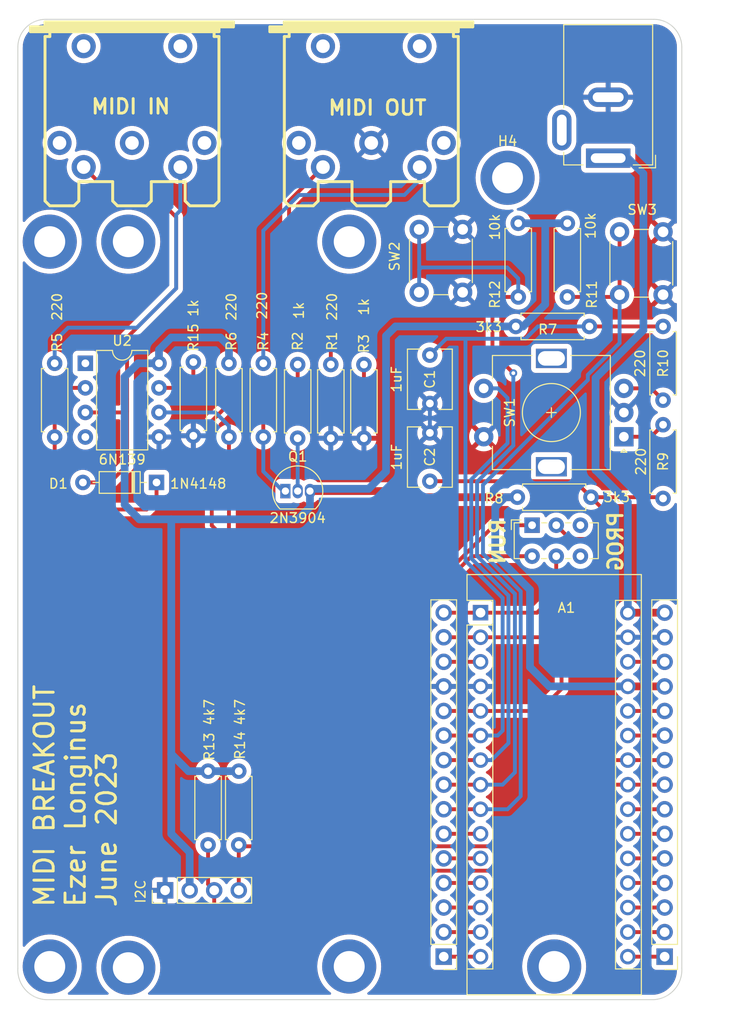
<source format=kicad_pcb>
(kicad_pcb (version 20211014) (generator pcbnew)
  (layers (0 "F.Cu" signal) (31 "B.Cu" signal) (34 "B.Paste" user) (35 "F.Paste" user) (36 "B.SilkS" user "B.Silkscreen") (37 "F.SilkS" user "F.Silkscreen") (38 "B.Mask" user) (39 "F.Mask" user) (44 "Edge.Cuts" user))
  (net 0 "")
  (net 1 "GND")
  (net 2 "+5V")
  (net 3 "Net-(J2-Pad5)")
  (net 6 "Net-(J2-Pad4)")
  (net 7 "TX1")
  (net 8 "RX1")
  (net 9 "Net-(D1-Pad1)")
  (net 10 "Net-(D1-Pad2)")
  (net 16 "SDA1")
  (net 17 "SCL1")
  (net 18 "D3")
  (net 19 "D2")
  (net 20 "TX")
  (net 21 "RX")
  (net 22 "D4")
  (net 23 "RST_3")
  (net 24 "D7")
  (net 25 "D8")
  (net 26 "D9")
  (net 27 "D10")
  (net 28 "D11")
  (net 29 "D12")
  (net 30 "D13")
  (net 31 "D5")
  (net 32 "D6")
  (net 33 "+VDC")
  (net 35 "Net-(R9-Pad2)")
  (net 36 "Net-(R10-Pad2)")
  (net 37 "RST_28")
  (net 38 "Net-(Q1-Pad1)")
  (net 39 "Net-(Q1-Pad2)")
  (net 40 "+3V3")
  (net 41 "AREF")
  (net 42 "A0")
  (net 43 "A1")
  (net 44 "A2")
  (net 45 "A3")
  (net 46 "A6")
  (net 47 "A7")
  (net 48 "Net-(J3-Pad5)")
  (net 51 "Net-(U2-Pad7)")
  (footprint "Package_DIP:DIP-8_W7.62mm" (layer "F.Cu") (at 120.396 91.059)
    (fp_text reference "U2" (at 3.81 -2.33) (layer "F.SilkS"))
    (fp_text value "6N139" (at 3.81 9.95) (layer "F.SilkS"))
    (pad "1" thru_hole rect (at 0 0) (size 1.6 1.6) (drill 0.8) (layers *.Cu *.Mask))
    (pad "2" thru_hole oval (at 0 2.54) (size 1.6 1.6) (drill 0.8) (layers *.Cu *.Mask) (net 9 "Net-(D1-Pad1)"))
    (pad "3" thru_hole oval (at 0 5.08) (size 1.6 1.6) (drill 0.8) (layers *.Cu *.Mask) (net 10 "Net-(D1-Pad2)"))
    (pad "4" thru_hole oval (at 0 7.62) (size 1.6 1.6) (drill 0.8) (layers *.Cu *.Mask))
    (pad "5" thru_hole oval (at 7.62 7.62) (size 1.6 1.6) (drill 0.8) (layers *.Cu *.Mask) (net 1 "GND"))
    (pad "6" thru_hole oval (at 7.62 5.08) (size 1.6 1.6) (drill 0.8) (layers *.Cu *.Mask) (net 8 "RX1"))
    (pad "7" thru_hole oval (at 7.62 2.54) (size 1.6 1.6) (drill 0.8) (layers *.Cu *.Mask) (net 51 "Net-(U2-Pad7)"))
    (pad "8" thru_hole oval (at 7.62 0) (size 1.6 1.6) (drill 0.8) (layers *.Cu *.Mask) (net 2 "+5V"))
  )
  (footprint "Diode_THT:D_DO-35_SOD27_P7.62mm_Horizontal" (layer "F.Cu") (at 127.762 103.378 180)
    (fp_text reference "D1" (at 10.16 -0.127) (layer "F.SilkS"))
    (fp_text value "1N4148" (at -4.318 -0.127) (layer "F.SilkS"))
    (pad "1" thru_hole rect (at 0 0 180) (size 1.6 1.6) (drill 0.8) (layers *.Cu *.Mask) (net 9 "Net-(D1-Pad1)"))
    (pad "2" thru_hole oval (at 7.62 0 180) (size 1.6 1.6) (drill 0.8) (layers *.Cu *.Mask) (net 10 "Net-(D1-Pad2)"))
  )
  (footprint "Connector_PinHeader_2.54mm:PinHeader_1x04_P2.54mm_Vertical" (layer "F.Cu") (at 128.651 145.542 90)
    (fp_text reference "J4")
    (fp_text value "I2C" (at -0.127 -2.54 90) (layer "F.SilkS"))
    (pad "1" thru_hole rect (at 0 0 90) (size 1.7 1.7) (drill 1) (layers *.Cu *.Mask) (net 1 "GND"))
    (pad "2" thru_hole oval (at 0 2.54 90) (size 1.7 1.7) (drill 1) (layers *.Cu *.Mask) (net 2 "+5V"))
    (pad "3" thru_hole oval (at 0 5.08 90) (size 1.7 1.7) (drill 1) (layers *.Cu *.Mask) (net 16 "SDA1"))
    (pad "4" thru_hole oval (at 0 7.62 90) (size 1.7 1.7) (drill 1) (layers *.Cu *.Mask) (net 17 "SCL1"))
  )
  (footprint "Resistor_THT:R_Axial_DIN0207_L6.3mm_D2.5mm_P7.62mm_Horizontal" (layer "F.Cu") (at 180.177 87.249 -90)
    (fp_text reference "R10" (at 3.81 0 90) (layer "F.SilkS"))
    (fp_text value "220" (at 3.81 2.37 90) (layer "F.SilkS"))
    (pad "1" thru_hole circle (at 0 0 270) (size 1.6 1.6) (drill 0.8) (layers *.Cu *.Mask) (net 18 "D3"))
    (pad "2" thru_hole oval (at 7.62 0 270) (size 1.6 1.6) (drill 0.8) (layers *.Cu *.Mask) (net 36 "Net-(R10-Pad2)"))
  )
  (footprint "Connector_BarrelJack:BarrelJack_GCT_DCJ200-10-A_Horizontal" (layer "F.Cu") (at 174.498 69.85 180)
    (fp_text reference "J7")
    (fp_text value "Barrel_Jack_Switch")
    (pad "1" thru_hole rect (at 0 0 180) (size 4.6 2) (drill oval 3.6 1) (layers *.Cu *.Mask) (net 33 "+VDC"))
    (pad "2" thru_hole oval (at 0 6.3 180) (size 4.2 2) (drill oval 3.2 1) (layers *.Cu *.Mask) (net 1 "GND"))
    (pad "3" thru_hole oval (at 4.8 2.9 180) (size 2 4.2) (drill oval 1 3.2) (layers *.Cu *.Mask))
  )
  (footprint "Package_TO_SOT_THT:TO-92_Inline" (layer "F.Cu") (at 141.097 104.267)
    (fp_text reference "Q1" (at 1.27 -3.56) (layer "F.SilkS"))
    (fp_text value "2N3904" (at 1.27 2.79) (layer "F.SilkS"))
    (pad "1" thru_hole rect (at 0 0) (size 1.05 1.5) (drill 0.75) (layers *.Cu *.Mask) (net 38 "Net-(Q1-Pad1)"))
    (pad "2" thru_hole oval (at 1.27 0) (size 1.05 1.5) (drill 0.75) (layers *.Cu *.Mask) (net 39 "Net-(Q1-Pad2)"))
    (pad "3" thru_hole oval (at 2.54 0) (size 1.05 1.5) (drill 0.75) (layers *.Cu *.Mask) (net 2 "+5V"))
  )
  (footprint "Connector_PinHeader_2.54mm:PinHeader_1x15_P2.54mm_Vertical" (layer "F.Cu") (at 180.34 152.4 180)
    (fp_text reference "J5")
    (fp_text value "Conn_01x15_Male")
    (pad "1" thru_hole rect (at 0 0 180) (size 1.7 1.7) (drill 1) (layers *.Cu *.Mask) (net 30 "D13"))
    (pad "2" thru_hole oval (at 0 2.54 180) (size 1.7 1.7) (drill 1) (layers *.Cu *.Mask) (net 40 "+3V3"))
    (pad "3" thru_hole oval (at 0 5.08 180) (size 1.7 1.7) (drill 1) (layers *.Cu *.Mask) (net 41 "AREF"))
    (pad "4" thru_hole oval (at 0 7.62 180) (size 1.7 1.7) (drill 1) (layers *.Cu *.Mask) (net 42 "A0"))
    (pad "5" thru_hole oval (at 0 10.16 180) (size 1.7 1.7) (drill 1) (layers *.Cu *.Mask) (net 43 "A1"))
    (pad "6" thru_hole oval (at 0 12.7 180) (size 1.7 1.7) (drill 1) (layers *.Cu *.Mask) (net 44 "A2"))
    (pad "7" thru_hole oval (at 0 15.24 180) (size 1.7 1.7) (drill 1) (layers *.Cu *.Mask) (net 45 "A3"))
    (pad "8" thru_hole oval (at 0 17.78 180) (size 1.7 1.7) (drill 1) (layers *.Cu *.Mask) (net 16 "SDA1"))
    (pad "9" thru_hole oval (at 0 20.32 180) (size 1.7 1.7) (drill 1) (layers *.Cu *.Mask) (net 17 "SCL1"))
    (pad "10" thru_hole oval (at 0 22.86 180) (size 1.7 1.7) (drill 1) (layers *.Cu *.Mask) (net 46 "A6"))
    (pad "11" thru_hole oval (at 0 25.4 180) (size 1.7 1.7) (drill 1) (layers *.Cu *.Mask) (net 47 "A7"))
    (pad "12" thru_hole oval (at 0 27.94 180) (size 1.7 1.7) (drill 1) (layers *.Cu *.Mask) (net 2 "+5V"))
    (pad "13" thru_hole oval (at 0 30.48 180) (size 1.7 1.7) (drill 1) (layers *.Cu *.Mask) (net 37 "RST_28"))
    (pad "14" thru_hole oval (at 0 33.02 180) (size 1.7 1.7) (drill 1) (layers *.Cu *.Mask) (net 1 "GND"))
    (pad "15" thru_hole oval (at 0 35.56 180) (size 1.7 1.7) (drill 1) (layers *.Cu *.Mask) (net 33 "+VDC"))
  )
  (footprint "Resistor_THT:R_Axial_DIN0207_L6.3mm_D2.5mm_P7.62mm_Horizontal" (layer "F.Cu") (at 131.572 90.932 -90)
    (fp_text reference "R15" (at -2.54 0 90) (layer "F.SilkS"))
    (fp_text value "1k" (at -5.588 0 90) (layer "F.SilkS"))
    (pad "1" thru_hole circle (at 0 0 270) (size 1.6 1.6) (drill 0.8) (layers *.Cu *.Mask) (net 51 "Net-(U2-Pad7)"))
    (pad "2" thru_hole oval (at 7.62 0 270) (size 1.6 1.6) (drill 0.8) (layers *.Cu *.Mask) (net 1 "GND"))
  )
  (footprint "Resistor_THT:R_Axial_DIN0207_L6.3mm_D2.5mm_P7.62mm_Horizontal" (layer "F.Cu") (at 135.255 98.679 90)
    (fp_text reference "R6" (at 9.906 0.254 90) (layer "F.SilkS"))
    (fp_text value "220" (at 13.462 0.254 90) (layer "F.SilkS"))
    (pad "1" thru_hole circle (at 0 0 90) (size 1.6 1.6) (drill 0.8) (layers *.Cu *.Mask) (net 8 "RX1"))
    (pad "2" thru_hole oval (at 7.62 0 90) (size 1.6 1.6) (drill 0.8) (layers *.Cu *.Mask) (net 2 "+5V"))
  )
  (footprint "Resistor_THT:R_Axial_DIN0207_L6.3mm_D2.5mm_P7.62mm_Horizontal" (layer "F.Cu") (at 172.557 87.249 180)
    (fp_text reference "R7" (at 4.318 -0.3175) (layer "F.SilkS"))
    (fp_text value "3k3" (at 10.414 -0.0635) (layer "F.SilkS"))
    (pad "1" thru_hole circle (at 0 0 180) (size 1.6 1.6) (drill 0.8) (layers *.Cu *.Mask) (net 18 "D3"))
    (pad "2" thru_hole oval (at 7.62 0 180) (size 1.6 1.6) (drill 0.8) (layers *.Cu *.Mask) (net 2 "+5V"))
  )
  (footprint "MountingHole:MountingHole_3.2mm_M3_DIN965_Pad" (layer "F.Cu") (at 164.084 71.882)
    (fp_text reference "H4" (at 0 -3.8) (layer "F.SilkS"))
    (fp_text value "MountingHole")
    (pad "1" thru_hole circle (at 0 0) (size 5.6 5.6) (drill 3.2) (layers *.Cu *.Mask))
  )
  (footprint "Resistor_THT:R_Axial_DIN0207_L6.3mm_D2.5mm_P7.62mm_Horizontal" (layer "F.Cu") (at 145.796 91.186 -90)
    (fp_text reference "R1" (at -2.413 -0.127 90) (layer "F.SilkS"))
    (fp_text value "220" (at -5.969 -0.127 90) (layer "F.SilkS"))
    (pad "1" thru_hole circle (at 0 0 270) (size 1.6 1.6) (drill 0.8) (layers *.Cu *.Mask) (net 6 "Net-(J2-Pad4)"))
    (pad "2" thru_hole oval (at 7.62 0 270) (size 1.6 1.6) (drill 0.8) (layers *.Cu *.Mask) (net 1 "GND"))
  )
  (footprint "w_conn_av:din-5" (layer "F.Cu") (at 125.222 65.278 180)
    (fp_text reference "J3")
    (fp_text value "MIDI IN" (at 0.127 0.762) (layer "F.SilkS") (effects (font (size 1.5 1.5) (thickness 0.3))))
    (pad "1" thru_hole circle locked (at 7.5 -3 180) (size 2.5 2.5) (drill 1.4) (layers *.Cu *.Mask))
    (pad "2" thru_hole circle locked (at 0 -3 180) (size 2.5 2.5) (drill 1.4) (layers *.Cu *.Mask))
    (pad "3" thru_hole circle locked (at -7.5 -3 180) (size 2.5 2.5) (drill 1.4) (layers *.Cu *.Mask))
    (pad "4" thru_hole circle locked (at 5 -5.5 180) (size 2.5 2.5) (drill 1.4) (layers *.Cu *.Mask) (net 10 "Net-(D1-Pad2)"))
    (pad "5" thru_hole circle locked (at -5 -5.5 180) (size 2.5 2.5) (drill 1.4) (layers *.Cu *.Mask) (net 48 "Net-(J3-Pad5)"))
    (pad "6" thru_hole circle locked (at 5 7 180) (size 2.5 2.5) (drill 1.4) (layers *.Cu *.Mask))
    (pad "6" thru_hole circle locked (at -5 7 180) (size 2.5 2.5) (drill 1.4) (layers *.Cu *.Mask))
  )
  (footprint "Button_Switch_THT:SW_E-Switch_EG1271_DPDT" (layer "F.Cu") (at 166.624 107.798)
    (fp_text reference "SW4")
    (fp_text value "SW_DPDT_x2")
    (pad "1" thru_hole rect (at 0 0) (size 1.6 1.6) (drill 0.8) (layers *.Cu *.Mask) (net 8 "RX1"))
    (pad "2" thru_hole circle (at 2.5 0) (size 1.6 1.6) (drill 0.8) (layers *.Cu *.Mask) (net 21 "RX"))
    (pad "3" thru_hole circle (at 5 0) (size 1.6 1.6) (drill 0.8) (layers *.Cu *.Mask))
    (pad "4" thru_hole circle (at 0 3.2) (size 1.6 1.6) (drill 0.8) (layers *.Cu *.Mask) (net 7 "TX1"))
    (pad "5" thru_hole circle (at 2.5 3.2) (size 1.6 1.6) (drill 0.8) (layers *.Cu *.Mask) (net 20 "TX"))
    (pad "6" thru_hole circle (at 5 3.2) (size 1.6 1.6) (drill 0.8) (layers *.Cu *.Mask))
  )
  (footprint "Module:Arduino_Nano" (layer "F.Cu") (at 161.29 116.84)
    (fp_text reference "A1" (at 8.89 -0.508) (layer "F.SilkS"))
    (fp_text value "Arduino_Nano_v3.x")
    (pad "1" thru_hole rect (at 0 0) (size 1.6 1.6) (drill 1) (layers *.Cu *.Mask) (net 20 "TX"))
    (pad "2" thru_hole oval (at 0 2.54) (size 1.6 1.6) (drill 1) (layers *.Cu *.Mask) (net 21 "RX"))
    (pad "3" thru_hole oval (at 0 5.08) (size 1.6 1.6) (drill 1) (layers *.Cu *.Mask) (net 23 "RST_3"))
    (pad "4" thru_hole oval (at 0 7.62) (size 1.6 1.6) (drill 1) (layers *.Cu *.Mask) (net 1 "GND"))
    (pad "5" thru_hole oval (at 0 10.16) (size 1.6 1.6) (drill 1) (layers *.Cu *.Mask) (net 19 "D2"))
    (pad "6" thru_hole oval (at 0 12.7) (size 1.6 1.6) (drill 1) (layers *.Cu *.Mask) (net 18 "D3"))
    (pad "7" thru_hole oval (at 0 15.24) (size 1.6 1.6) (drill 1) (layers *.Cu *.Mask) (net 22 "D4"))
    (pad "8" thru_hole oval (at 0 17.78) (size 1.6 1.6) (drill 1) (layers *.Cu *.Mask) (net 31 "D5"))
    (pad "9" thru_hole oval (at 0 20.32) (size 1.6 1.6) (drill 1) (layers *.Cu *.Mask) (net 32 "D6"))
    (pad "10" thru_hole oval (at 0 22.86) (size 1.6 1.6) (drill 1) (layers *.Cu *.Mask) (net 24 "D7"))
    (pad "11" thru_hole oval (at 0 25.4) (size 1.6 1.6) (drill 1) (layers *.Cu *.Mask) (net 25 "D8"))
    (pad "12" thru_hole oval (at 0 27.94) (size 1.6 1.6) (drill 1) (layers *.Cu *.Mask) (net 26 "D9"))
    (pad "13" thru_hole oval (at 0 30.48) (size 1.6 1.6) (drill 1) (layers *.Cu *.Mask) (net 27 "D10"))
    (pad "14" thru_hole oval (at 0 33.02) (size 1.6 1.6) (drill 1) (layers *.Cu *.Mask) (net 28 "D11"))
    (pad "15" thru_hole oval (at 0 35.56) (size 1.6 1.6) (drill 1) (layers *.Cu *.Mask) (net 29 "D12"))
    (pad "16" thru_hole oval (at 15.24 35.56) (size 1.6 1.6) (drill 1) (layers *.Cu *.Mask) (net 30 "D13"))
    (pad "17" thru_hole oval (at 15.24 33.02) (size 1.6 1.6) (drill 1) (layers *.Cu *.Mask) (net 40 "+3V3"))
    (pad "18" thru_hole oval (at 15.24 30.48) (size 1.6 1.6) (drill 1) (layers *.Cu *.Mask) (net 41 "AREF"))
    (pad "19" thru_hole oval (at 15.24 27.94) (size 1.6 1.6) (drill 1) (layers *.Cu *.Mask) (net 42 "A0"))
    (pad "20" thru_hole oval (at 15.24 25.4) (size 1.6 1.6) (drill 1) (layers *.Cu *.Mask) (net 43 "A1"))
    (pad "21" thru_hole oval (at 15.24 22.86) (size 1.6 1.6) (drill 1) (layers *.Cu *.Mask) (net 44 "A2"))
    (pad "22" thru_hole oval (at 15.24 20.32) (size 1.6 1.6) (drill 1) (layers *.Cu *.Mask) (net 45 "A3"))
    (pad "23" thru_hole oval (at 15.24 17.78) (size 1.6 1.6) (drill 1) (layers *.Cu *.Mask) (net 16 "SDA1"))
    (pad "24" thru_hole oval (at 15.24 15.24) (size 1.6 1.6) (drill 1) (layers *.Cu *.Mask) (net 17 "SCL1"))
    (pad "25" thru_hole oval (at 15.24 12.7) (size 1.6 1.6) (drill 1) (layers *.Cu *.Mask) (net 46 "A6"))
    (pad "26" thru_hole oval (at 15.24 10.16) (size 1.6 1.6) (drill 1) (layers *.Cu *.Mask) (net 47 "A7"))
    (pad "27" thru_hole oval (at 15.24 7.62) (size 1.6 1.6) (drill 1) (layers *.Cu *.Mask) (net 2 "+5V"))
    (pad "28" thru_hole oval (at 15.24 5.08) (size 1.6 1.6) (drill 1) (layers *.Cu *.Mask) (net 37 "RST_28"))
    (pad "29" thru_hole oval (at 15.24 2.54) (size 1.6 1.6) (drill 1) (layers *.Cu *.Mask) (net 1 "GND"))
    (pad "30" thru_hole oval (at 15.24 0) (size 1.6 1.6) (drill 1) (layers *.Cu *.Mask) (net 33 "+VDC"))
  )
  (footprint "Resistor_THT:R_Axial_DIN0207_L6.3mm_D2.5mm_P7.62mm_Horizontal" (layer "F.Cu") (at 138.811 98.679 90)
    (fp_text reference "R4" (at 9.906 0 90) (layer "F.SilkS"))
    (fp_text value "220" (at 13.589 -0.127 90) (layer "F.SilkS"))
    (pad "1" thru_hole circle (at 0 0 90) (size 1.6 1.6) (drill 0.8) (layers *.Cu *.Mask) (net 38 "Net-(Q1-Pad1)"))
    (pad "2" thru_hole oval (at 7.62 0 90) (size 1.6 1.6) (drill 0.8) (layers *.Cu *.Mask) (net 3 "Net-(J2-Pad5)"))
  )
  (footprint "Resistor_THT:R_Axial_DIN0207_L6.3mm_D2.5mm_P7.62mm_Horizontal" (layer "F.Cu") (at 180.177 105.029 90)
    (fp_text reference "R9" (at 3.81 0 90) (layer "F.SilkS"))
    (fp_text value "220" (at 3.81 -2.286 90) (layer "F.SilkS"))
    (pad "1" thru_hole circle (at 0 0 90) (size 1.6 1.6) (drill 0.8) (layers *.Cu *.Mask) (net 19 "D2"))
    (pad "2" thru_hole oval (at 7.62 0 90) (size 1.6 1.6) (drill 0.8) (layers *.Cu *.Mask) (net 35 "Net-(R9-Pad2)"))
  )
  (footprint "MountingHole:MountingHole_3.2mm_M3_DIN965_Pad" (layer "F.Cu") (at 147.701 153.416)
    (fp_text reference "H6")
    (fp_text value "MountingHole")
    (pad "1" thru_hole circle (at 0 0) (size 5.6 5.6) (drill 3.2) (layers *.Cu *.Mask))
  )
  (footprint "MountingHole:MountingHole_3.2mm_M3_DIN965_Pad" (layer "F.Cu") (at 147.701 78.486)
    (fp_text reference "H8")
    (fp_text value "MountingHole")
    (pad "1" thru_hole circle (at 0 0) (size 5.6 5.6) (drill 3.2) (layers *.Cu *.Mask))
  )
  (footprint "Resistor_THT:R_Axial_DIN0207_L6.3mm_D2.5mm_P7.62mm_Horizontal" (layer "F.Cu") (at 149.225 91.186 -90)
    (fp_text reference "R3" (at -2.159 0 90) (layer "F.SilkS"))
    (fp_text value "1k" (at -5.969 0 90) (layer "F.SilkS"))
    (pad "1" thru_hole circle (at 0 0 270) (size 1.6 1.6) (drill 0.8) (layers *.Cu *.Mask) (net 38 "Net-(Q1-Pad1)"))
    (pad "2" thru_hole oval (at 7.62 0 270) (size 1.6 1.6) (drill 0.8) (layers *.Cu *.Mask) (net 1 "GND"))
  )
  (footprint "Resistor_THT:R_Axial_DIN0207_L6.3mm_D2.5mm_P7.62mm_Horizontal" (layer "F.Cu") (at 170.271 84.201 90)
    (fp_text reference "R11" (at 0.254 2.54 90) (layer "F.SilkS"))
    (fp_text value "10k" (at 7.366 2.413 90) (layer "F.SilkS"))
    (pad "1" thru_hole circle (at 0 0 90) (size 1.6 1.6) (drill 0.8) (layers *.Cu *.Mask) (net 32 "D6"))
    (pad "2" thru_hole oval (at 7.62 0 90) (size 1.6 1.6) (drill 0.8) (layers *.Cu *.Mask) (net 2 "+5V"))
  )
  (footprint "Resistor_THT:R_Axial_DIN0207_L6.3mm_D2.5mm_P7.62mm_Horizontal" (layer "F.Cu") (at 117.221 91.059 -90)
    (fp_text reference "R5" (at -2.159 -0.254 90) (layer "F.SilkS"))
    (fp_text value "220" (at -5.842 -0.254 90) (layer "F.SilkS"))
    (pad "1" thru_hole circle (at 0 0 270) (size 1.6 1.6) (drill 0.8) (layers *.Cu *.Mask) (net 48 "Net-(J3-Pad5)"))
    (pad "2" thru_hole oval (at 7.62 0 270) (size 1.6 1.6) (drill 0.8) (layers *.Cu *.Mask) (net 9 "Net-(D1-Pad1)"))
  )
  (footprint "Button_Switch_THT:SW_PUSH_6mm" (layer "F.Cu") (at 175.677 83.97 90)
    (fp_text reference "SW3" (at 8.786 2.341 180) (layer "F.SilkS"))
    (fp_text value "SW_Push")
    (pad "1" thru_hole circle (at 6.5 0 180) (size 2 2) (drill 1.1) (layers *.Cu *.Mask) (net 32 "D6"))
    (pad "1" thru_hole circle (at 0 0 180) (size 2 2) (drill 1.1) (layers *.Cu *.Mask) (net 32 "D6"))
    (pad "2" thru_hole circle (at 0 4.5 180) (size 2 2) (drill 1.1) (layers *.Cu *.Mask) (net 1 "GND"))
    (pad "2" thru_hole circle (at 6.5 4.5 180) (size 2 2) (drill 1.1) (layers *.Cu *.Mask) (net 1 "GND"))
  )
  (footprint "Capacitor_THT:C_Disc_D6.0mm_W4.4mm_P5.00mm" (layer "F.Cu") (at 156.047 90.21 -90)
    (fp_text reference "C1" (at 2.5 0 90) (layer "F.SilkS"))
    (fp_text value "1uF" (at 2.5 3.45 90) (layer "F.SilkS"))
    (pad "1" thru_hole circle (at 0 0 270) (size 1.6 1.6) (drill 0.8) (layers *.Cu *.Mask) (net 18 "D3"))
    (pad "2" thru_hole circle (at 5 0 270) (size 1.6 1.6) (drill 0.8) (layers *.Cu *.Mask) (net 1 "GND"))
  )
  (footprint "Capacitor_THT:C_Disc_D6.0mm_W4.4mm_P5.00mm" (layer "F.Cu") (at 156.047 103.251 90)
    (fp_text reference "C2" (at 2.5 0 90) (layer "F.SilkS"))
    (fp_text value "1uF" (at 2.5 -3.429 90) (layer "F.SilkS"))
    (pad "1" thru_hole circle (at 0 0 90) (size 1.6 1.6) (drill 0.8) (layers *.Cu *.Mask) (net 19 "D2"))
    (pad "2" thru_hole circle (at 5 0 90) (size 1.6 1.6) (drill 0.8) (layers *.Cu *.Mask) (net 1 "GND"))
  )
  (footprint "Resistor_THT:R_Axial_DIN0207_L6.3mm_D2.5mm_P7.62mm_Horizontal" (layer "F.Cu") (at 142.367 91.186 -90)
    (fp_text reference "R2" (at -2.413 0 90) (layer "F.SilkS"))
    (fp_text value "1k" (at -5.588 -0.127 90) (layer "F.SilkS"))
    (pad "1" thru_hole circle (at 0 0 270) (size 1.6 1.6) (drill 0.8) (layers *.Cu *.Mask) (net 7 "TX1"))
    (pad "2" thru_hole oval (at 7.62 0 270) (size 1.6 1.6) (drill 0.8) (layers *.Cu *.Mask) (net 39 "Net-(Q1-Pad2)"))
  )
  (footprint "MountingHole:MountingHole_3.2mm_M3_DIN965_Pad" (layer "F.Cu") (at 116.713 153.416)
    (fp_text reference "H7")
    (fp_text value "MountingHole")
    (pad "1" thru_hole circle (at 0 0) (size 5.6 5.6) (drill 3.2) (layers *.Cu *.Mask))
  )
  (footprint "w_conn_av:din-5" (layer "F.Cu") (at 149.987 65.278 180)
    (fp_text reference "J2")
    (fp_text value "MIDI OUT" (at -0.635 0.635) (layer "F.SilkS") (effects (font (size 1.5 1.5) (thickness 0.3))))
    (pad "1" thru_hole circle locked (at 7.5 -3 180) (size 2.5 2.5) (drill 1.4) (layers *.Cu *.Mask))
    (pad "2" thru_hole circle locked (at 0 -3 180) (size 2.5 2.5) (drill 1.4) (layers *.Cu *.Mask) (net 1 "GND"))
    (pad "3" thru_hole circle locked (at -7.5 -3 180) (size 2.5 2.5) (drill 1.4) (layers *.Cu *.Mask))
    (pad "4" thru_hole circle locked (at 5 -5.5 180) (size 2.5 2.5) (drill 1.4) (layers *.Cu *.Mask) (net 6 "Net-(J2-Pad4)"))
    (pad "5" thru_hole circle locked (at -5 -5.5 180) (size 2.5 2.5) (drill 1.4) (layers *.Cu *.Mask) (net 3 "Net-(J2-Pad5)"))
    (pad "6" thru_hole circle locked (at -5 7 180) (size 2.5 2.5) (drill 1.4) (layers *.Cu *.Mask))
    (pad "6" thru_hole circle locked (at 5 7 180) (size 2.5 2.5) (drill 1.4) (layers *.Cu *.Mask))
  )
  (footprint "MountingHole:MountingHole_3.2mm_M3_DIN965_Pad" (layer "F.Cu") (at 116.713 78.486)
    (fp_text reference "H5")
    (fp_text value "MountingHole")
    (pad "1" thru_hole circle (at 0 0) (size 5.6 5.6) (drill 3.2) (layers *.Cu *.Mask))
  )
  (footprint "MountingHole:MountingHole_3.2mm_M3_DIN965_Pad" (layer "F.Cu") (at 124.841 78.486)
    (fp_text reference "H3")
    (fp_text value "MountingHole")
    (pad "1" thru_hole circle (at 0 0) (size 5.6 5.6) (drill 3.2) (layers *.Cu *.Mask))
  )
  (footprint "MountingHole:MountingHole_3.2mm_M3_DIN965_Pad" (layer "F.Cu") (at 168.91 153.416)
    (fp_text reference "H1")
    (fp_text value "MountingHole")
    (pad "1" thru_hole circle (at 0 0) (size 5.6 5.6) (drill 3.2) (layers *.Cu *.Mask))
  )
  (footprint "Resistor_THT:R_Axial_DIN0207_L6.3mm_D2.5mm_P7.62mm_Horizontal" (layer "F.Cu") (at 133.096 140.843 90)
    (fp_text reference "R13" (at 10.16 0.127 90) (layer "F.SilkS"))
    (fp_text value "4k7" (at 13.716 0.127 90) (layer "F.SilkS"))
    (pad "1" thru_hole circle (at 0 0 90) (size 1.6 1.6) (drill 0.8) (layers *.Cu *.Mask) (net 16 "SDA1"))
    (pad "2" thru_hole oval (at 7.62 0 90) (size 1.6 1.6) (drill 0.8) (layers *.Cu *.Mask) (net 2 "+5V"))
  )
  (footprint "Resistor_THT:R_Axial_DIN0207_L6.3mm_D2.5mm_P7.62mm_Horizontal" (layer "F.Cu") (at 165.191 84.201 90)
    (fp_text reference "R12" (at 0.254 -2.413 90) (layer "F.SilkS"))
    (fp_text value "10k" (at 7.239 -2.413 90) (layer "F.SilkS"))
    (pad "1" thru_hole circle (at 0 0 90) (size 1.6 1.6) (drill 0.8) (layers *.Cu *.Mask) (net 31 "D5"))
    (pad "2" thru_hole oval (at 7.62 0 90) (size 1.6 1.6) (drill 0.8) (layers *.Cu *.Mask) (net 2 "+5V"))
  )
  (footprint "Button_Switch_THT:SW_PUSH_6mm" (layer "F.Cu") (at 154.94 83.716 90)
    (fp_text reference "SW2" (at 3.706 -2.54 270) (layer "F.SilkS"))
    (fp_text value "SW_Push")
    (pad "1" thru_hole circle (at 6.5 0 180) (size 2 2) (drill 1.1) (layers *.Cu *.Mask) (net 31 "D5"))
    (pad "1" thru_hole circle (at 0 0 180) (size 2 2) (drill 1.1) (layers *.Cu *.Mask) (net 31 "D5"))
    (pad "2" thru_hole circle (at 6.5 4.5 180) (size 2 2) (drill 1.1) (layers *.Cu *.Mask) (net 1 "GND"))
    (pad "2" thru_hole circle (at 0 4.5 180) (size 2 2) (drill 1.1) (layers *.Cu *.Mask) (net 1 "GND"))
  )
  (footprint "Rotary_Encoder:RotaryEncoder_Alps_EC11E-Switch_Vertical_H20mm" (layer "F.Cu") (at 176.12 98.651 180)
    (fp_text reference "SW1" (at 11.811 2.5 90) (layer "F.SilkS"))
    (fp_text value "RotaryEncoder_Switch")
    (pad "A" thru_hole rect (at 0 0 180) (size 2 2) (drill 1) (layers *.Cu *.Mask) (net 35 "Net-(R9-Pad2)"))
    (pad "B" thru_hole circle (at 0 5 180) (size 2 2) (drill 1) (layers *.Cu *.Mask) (net 36 "Net-(R10-Pad2)"))
    (pad "C" thru_hole circle (at 0 2.5 180) (size 2 2) (drill 1) (layers *.Cu *.Mask) (net 1 "GND"))
    (pad "MP" thru_hole rect (at 7.5 8.1 180) (size 3.2 2) (drill oval 2.8 1.5) (layers *.Cu *.Mask))
    (pad "MP" thru_hole rect (at 7.5 -3.1 180) (size 3.2 2) (drill oval 2.8 1.5) (layers *.Cu *.Mask))
    (pad "S1" thru_hole circle (at 14.5 5 180) (size 2 2) (drill 1) (layers *.Cu *.Mask) (net 22 "D4"))
    (pad "S2" thru_hole circle (at 14.5 0 180) (size 2 2) (drill 1) (layers *.Cu *.Mask) (net 1 "GND"))
  )
  (footprint "Resistor_THT:R_Axial_DIN0207_L6.3mm_D2.5mm_P7.62mm_Horizontal" (layer "F.Cu") (at 136.271 140.843 90)
    (fp_text reference "R14" (at 10.287 0.127 90) (layer "F.SilkS"))
    (fp_text value "4k7" (at 13.716 0.127 90) (layer "F.SilkS"))
    (pad "1" thru_hole circle (at 0 0 90) (size 1.6 1.6) (drill 0.8) (layers *.Cu *.Mask) (net 17 "SCL1"))
    (pad "2" thru_hole oval (at 7.62 0 90) (size 1.6 1.6) (drill 0.8) (layers *.Cu *.Mask) (net 2 "+5V"))
  )
  (footprint "MountingHole:MountingHole_3.2mm_M3_DIN965_Pad" (layer "F.Cu") (at 124.841 153.543)
    (fp_text reference "H2")
    (fp_text value "MountingHole")
    (pad "1" thru_hole circle (at 0 0) (size 5.6 5.6) (drill 3.2) (layers *.Cu *.Mask))
  )
  (footprint "Resistor_THT:R_Axial_DIN0207_L6.3mm_D2.5mm_P7.62mm_Horizontal" (layer "F.Cu") (at 172.72 104.902 180)
    (fp_text reference "R8" (at 10.033 -0.127) (layer "F.SilkS"))
    (fp_text value "3k3" (at -2.667 0) (layer "F.SilkS"))
    (pad "1" thru_hole circle (at 0 0 180) (size 1.6 1.6) (drill 0.8) (layers *.Cu *.Mask) (net 19 "D2"))
    (pad "2" thru_hole oval (at 7.62 0 180) (size 1.6 1.6) (drill 0.8) (layers *.Cu *.Mask) (net 2 "+5V"))
  )
  (footprint "Connector_PinHeader_2.54mm:PinHeader_1x15_P2.54mm_Vertical" (layer "F.Cu") (at 157.48 152.4 180)
    (fp_text reference "J6")
    (fp_text value "Conn_01x15_Male")
    (pad "1" thru_hole rect (at 0 0 180) (size 1.7 1.7) (drill 1) (layers *.Cu *.Mask) (net 29 "D12"))
    (pad "2" thru_hole oval (at 0 2.54 180) (size 1.7 1.7) (drill 1) (layers *.Cu *.Mask) (net 28 "D11"))
    (pad "3" thru_hole oval (at 0 5.08 180) (size 1.7 1.7) (drill 1) (layers *.Cu *.Mask) (net 27 "D10"))
    (pad "4" thru_hole oval (at 0 7.62 180) (size 1.7 1.7) (drill 1) (layers *.Cu *.Mask) (net 26 "D9"))
    (pad "5" thru_hole oval (at 0 10.16 180) (size 1.7 1.7) (drill 1) (layers *.Cu *.Mask) (net 25 "D8"))
    (pad "6" thru_hole oval (at 0 12.7 180) (size 1.7 1.7) (drill 1) (layers *.Cu *.Mask) (net 24 "D7"))
    (pad "7" thru_hole oval (at 0 15.24 180) (size 1.7 1.7) (drill 1) (layers *.Cu *.Mask) (net 32 "D6"))
    (pad "8" thru_hole oval (at 0 17.78 180) (size 1.7 1.7) (drill 1) (layers *.Cu *.Mask) (net 31 "D5"))
    (pad "9" thru_hole oval (at 0 20.32 180) (size 1.7 1.7) (drill 1) (layers *.Cu *.Mask) (net 22 "D4"))
    (pad "10" thru_hole oval (at 0 22.86 180) (size 1.7 1.7) (drill 1) (layers *.Cu *.Mask) (net 18 "D3"))
    (pad "11" thru_hole oval (at 0 25.4 180) (size 1.7 1.7) (drill 1) (layers *.Cu *.Mask) (net 19 "D2"))
    (pad "12" thru_hole oval (at 0 27.94 180) (size 1.7 1.7) (drill 1) (layers *.Cu *.Mask) (net 1 "GND"))
    (pad "13" thru_hole oval (at 0 30.48 180) (size 1.7 1.7) (drill 1) (layers *.Cu *.Mask) (net 23 "RST_3"))
    (pad "14" thru_hole oval (at 0 33.02 180) (size 1.7 1.7) (drill 1) (layers *.Cu *.Mask) (net 21 "RX"))
    (pad "15" thru_hole oval (at 0 35.56 180) (size 1.7 1.7) (drill 1) (layers *.Cu *.Mask) (net 20 "TX"))
  )
  (gr_arc (start 179.197 55.499) (mid 181.249308 56.322791) (end 182.118 58.3565) (layer "Edge.Cuts") (width 0.1))
  (gr_line (start 113.411 153.6065) (end 113.411 58.3565) (layer "Edge.Cuts") (width 0.1))
  (gr_arc (start 116.332 156.845) (mid 114.200785 155.830709) (end 113.411 153.6065) (layer "Edge.Cuts") (width 0.1))
  (gr_line (start 179.197 156.845) (end 116.332 156.845) (layer "Edge.Cuts") (width 0.1))
  (gr_line (start 182.118 58.3565) (end 182.118 153.6065) (layer "Edge.Cuts") (width 0.1))
  (gr_line (start 116.332 55.499) (end 179.197 55.499) (layer "Edge.Cuts") (width 0.1))
  (gr_arc (start 113.411 58.3565) (mid 114.279692 56.322791) (end 116.332 55.499) (layer "Edge.Cuts") (width 0.1))
  (gr_arc (start 182.118 153.6065) (mid 181.328215 155.830709) (end 179.197 156.845) (layer "Edge.Cuts") (width 0.1))
  (gr_text "RUN" (at 163.068 109.474 90) (layer "F.SilkS") (effects (font (size 1.5 1.5) (thickness 0.3)) (justify mirror)))
  (gr_text "PROG" (at 175.26 109.474 90) (layer "F.SilkS") (effects (font (size 1.5 1.5) (thickness 0.3)) (justify mirror)))
  (gr_text "MIDI BREAKOUT\nEzer Longinus\nJune 2023" (at 119.38 147.447 90) (layer "F.SilkS") (effects (font (size 2 2) (thickness 0.3)) (justify left)))
  (segment (start 145.796 98.806) (end 149.225 98.806) (width 0.4) (layer "F.Cu") (net 1))
  (segment (start 176.53 119.38) (end 180.34 119.38) (width 0.4) (layer "F.Cu") (net 1))
  (segment (start 157.48 124.46) (end 161.29 124.46) (width 0.4) (layer "F.Cu") (net 1))
  (segment (start 156.047 98.251) (end 156.047 95.21) (width 0.4) (layer "B.Cu") (net 1))
  (segment (start 176.53 124.46) (end 180.34 124.46) (width 0.8) (layer "F.Cu") (net 2))
  (segment (start 152.4 104.902) (end 151.765 104.267) (width 0.8) (layer "F.Cu") (net 2))
  (segment (start 151.765 104.267) (end 143.637 104.267) (width 0.8) (layer "F.Cu") (net 2))
  (segment (start 165.1 104.902) (end 152.4 104.902) (width 0.8) (layer "F.Cu") (net 2))
  (segment (start 151.511 102.235) (end 151.511 88.229) (width 0.8) (layer "B.Cu") (net 2))
  (segment (start 129.286 131.445) (end 131.064 133.223) (width 0.8) (layer "B.Cu") (net 2))
  (segment (start 129.286 107.188) (end 142.367 107.188) (width 0.8) (layer "B.Cu") (net 2))
  (segment (start 128.016 91.059) (end 128.016 89.662) (width 0.8) (layer "B.Cu") (net 2))
  (segment (start 151.511 88.229) (end 152.491 87.249) (width 0.8) (layer "B.Cu") (net 2))
  (segment (start 125.857 91.059) (end 128.016 91.059) (width 0.8) (layer "B.Cu") (net 2))
  (segment (start 143.637 105.918) (end 143.637 104.034) (width 0.8) (layer "B.Cu") (net 2))
  (segment (start 165.1 104.902) (end 163.83 104.902) (width 0.8) (layer "B.Cu") (net 2))
  (segment (start 166.408 114.471046) (end 166.408 122.466) (width 0.8) (layer "B.Cu") (net 2))
  (segment (start 165.191 76.581) (end 166.715 76.581) (width 0.8) (layer "B.Cu") (net 2))
  (segment (start 129.286 107.188) (end 129.286 131.445) (width 0.8) (layer "B.Cu") (net 2))
  (segment (start 162.814 110.877046) (end 166.408 114.471046) (width 0.8) (layer "B.Cu") (net 2))
  (segment (start 167.985 84.963) (end 165.699 87.249) (width 0.8) (layer "B.Cu") (net 2))
  (segment (start 166.715 76.581) (end 167.985 76.581) (width 0.8) (layer "B.Cu") (net 2))
  (segment (start 142.367 107.188) (end 143.637 105.918) (width 0.8) (layer "B.Cu") (net 2))
  (segment (start 162.814 105.918) (end 162.814 110.877046) (width 0.8) (layer "B.Cu") (net 2))
  (segment (start 149.712 104.034) (end 151.511 102.235) (width 0.8) (layer "B.Cu") (net 2))
  (segment (start 125.984 107.188) (end 124.46 105.664) (width 0.8) (layer "B.Cu") (net 2))
  (segment (start 167.985 76.581) (end 167.985 84.963) (width 0.8) (layer "B.Cu") (net 2))
  (segment (start 129.286 131.445) (end 129.286 139.7) (width 0.8) (layer "B.Cu") (net 2))
  (segment (start 131.191 145.542) (end 131.191 141.605) (width 0.8) (layer "B.Cu") (net 2))
  (segment (start 167.985 76.581) (end 170.271 76.581) (width 0.8) (layer "B.Cu") (net 2))
  (segment (start 135.255 89.281) (end 135.255 91.059) (width 0.8) (layer "B.Cu") (net 2))
  (segment (start 152.491 87.249) (end 164.937 87.249) (width 0.8) (layer "B.Cu") (net 2))
  (segment (start 168.402 124.46) (end 176.53 124.46) (width 0.8) (layer "B.Cu") (net 2))
  (segment (start 131.064 133.223) (end 133.096 133.223) (width 0.8) (layer "B.Cu") (net 2))
  (segment (start 124.46 92.456) (end 125.857 91.059) (width 0.8) (layer "B.Cu") (net 2))
  (segment (start 133.096 133.223) (end 136.271 133.223) (width 0.8) (layer "B.Cu") (net 2))
  (segment (start 129.286 88.392) (end 134.366 88.392) (width 0.8) (layer "B.Cu") (net 2))
  (segment (start 165.699 87.249) (end 164.937 87.249) (width 0.8) (layer "B.Cu") (net 2))
  (segment (start 143.637 104.034) (end 149.712 104.034) (width 0.8) (layer "B.Cu") (net 2))
  (segment (start 166.408 122.466) (end 168.402 124.46) (width 0.8) (layer "B.Cu") (net 2))
  (segment (start 131.191 141.605) (end 129.54 139.954) (width 0.8) (layer "B.Cu") (net 2))
  (segment (start 129.286 139.7) (end 129.54 139.954) (width 0.8) (layer "B.Cu") (net 2))
  (segment (start 129.286 107.188) (end 125.984 107.188) (width 0.8) (layer "B.Cu") (net 2))
  (segment (start 128.016 89.662) (end 129.286 88.392) (width 0.8) (layer "B.Cu") (net 2))
  (segment (start 163.83 104.902) (end 162.814 105.918) (width 0.8) (layer "B.Cu") (net 2))
  (segment (start 134.366 88.392) (end 135.255 89.281) (width 0.8) (layer "B.Cu") (net 2))
  (segment (start 124.46 105.664) (end 124.46 92.456) (width 0.8) (layer "B.Cu") (net 2))
  (segment (start 138.811 91.059) (end 138.811 77.343) (width 0.4) (layer "B.Cu") (net 3))
  (segment (start 142.494 73.66) (end 153.416 73.66) (width 0.4) (layer "B.Cu") (net 3))
  (segment (start 154.987 72.089) (end 154.987 70.778) (width 0.4) (layer "B.Cu") (net 3))
  (segment (start 138.811 77.343) (end 142.494 73.66) (width 0.4) (layer "B.Cu") (net 3))
  (segment (start 153.416 73.66) (end 154.987 72.089) (width 0.4) (layer "B.Cu") (net 3))
  (segment (start 145.796 87.63) (end 145.796 91.186) (width 0.4) (layer "F.Cu") (net 6))
  (segment (start 144.987 70.778) (end 141.478 74.287) (width 0.4) (layer "F.Cu") (net 6))
  (segment (start 141.478 74.287) (end 141.478 83.312) (width 0.4) (layer "F.Cu") (net 6))
  (segment (start 141.478 83.312) (end 145.796 87.63) (width 0.4) (layer "F.Cu") (net 6))
  (segment (start 142.367 92.837) (end 142.367 91.186) (width 0.4) (layer "F.Cu") (net 7))
  (segment (start 139.065 113.411) (end 133.477 107.823) (width 0.4) (layer "F.Cu") (net 7))
  (segment (start 157.861 113.411) (end 139.065 113.411) (width 0.4) (layer "F.Cu") (net 7))
  (segment (start 157.947528 113.411) (end 157.861 113.411) (width 0.4) (layer "F.Cu") (net 7))
  (segment (start 133.477 97.028) (end 135.763 94.742) (width 0.4) (layer "F.Cu") (net 7))
  (segment (start 140.462 94.742) (end 142.367 92.837) (width 0.4) (layer "F.Cu") (net 7))
  (segment (start 160.360528 110.998) (end 157.947528 113.411) (width 0.4) (layer "F.Cu") (net 7))
  (segment (start 166.624 110.998) (end 160.360528 110.998) (width 0.4) (layer "F.Cu") (net 7))
  (segment (start 135.763 94.742) (end 140.462 94.742) (width 0.4) (layer "F.Cu") (net 7))
  (segment (start 133.477 107.823) (end 133.477 97.028) (width 0.4) (layer "F.Cu") (net 7))
  (segment (start 157.734 112.776) (end 139.278528 112.776) (width 0.4) (layer "F.Cu") (net 8))
  (segment (start 139.278528 112.776) (end 135.255 108.752472) (width 0.4) (layer "F.Cu") (net 8))
  (segment (start 162.712 107.798) (end 157.734 112.776) (width 0.4) (layer "F.Cu") (net 8))
  (segment (start 166.624 107.798) (end 162.712 107.798) (width 0.4) (layer "F.Cu") (net 8))
  (segment (start 135.255 108.752472) (end 135.255 98.679) (width 0.4) (layer "F.Cu") (net 8))
  (segment (start 133.858 96.139) (end 135.255 97.536) (width 0.4) (layer "B.Cu") (net 8))
  (segment (start 135.255 97.536) (end 135.255 98.679) (width 0.4) (layer "B.Cu") (net 8))
  (segment (start 128.016 96.139) (end 133.858 96.139) (width 0.4) (layer "B.Cu") (net 8))
  (segment (start 117.221 105.029) (end 117.221 98.679) (width 0.4) (layer "F.Cu") (net 9))
  (segment (start 120.396 93.599) (end 118.491 93.599) (width 0.4) (layer "F.Cu") (net 9))
  (segment (start 126.746 106.172) (end 118.364 106.172) (width 0.4) (layer "F.Cu") (net 9))
  (segment (start 127.762 103.378) (end 127.762 105.156) (width 0.4) (layer "F.Cu") (net 9))
  (segment (start 118.491 93.599) (end 117.221 94.869) (width 0.4) (layer "F.Cu") (net 9))
  (segment (start 127.762 105.156) (end 126.746 106.172) (width 0.4) (layer "F.Cu") (net 9))
  (segment (start 117.221 94.869) (end 117.221 98.679) (width 0.4) (layer "F.Cu") (net 9))
  (segment (start 118.364 106.172) (end 117.221 105.029) (width 0.4) (layer "F.Cu") (net 9))
  (segment (start 120.396 96.139) (end 124.587 96.139) (width 0.4) (layer "F.Cu") (net 10))
  (segment (start 124.587 96.139) (end 124.714 96.012) (width 0.4) (layer "F.Cu") (net 10))
  (segment (start 124.714 94.742) (end 124.714 88.392) (width 0.4) (layer "F.Cu") (net 10))
  (segment (start 124.714 96.012) (end 124.714 94.742) (width 0.4) (layer "F.Cu") (net 10))
  (segment (start 120.142 103.378) (end 122.936 103.378) (width 0.4) (layer "F.Cu") (net 10))
  (segment (start 129.794 75.946) (end 126.238 72.39) (width 0.4) (layer "F.Cu") (net 10))
  (segment (start 124.714 101.6) (end 124.714 96.012) (width 0.4) (layer "F.Cu") (net 10))
  (segment (start 121.834 72.39) (end 120.222 70.778) (width 0.4) (layer "F.Cu") (net 10))
  (segment (start 124.714 88.392) (end 129.794 83.312) (width 0.4) (layer "F.Cu") (net 10))
  (segment (start 129.794 83.312) (end 129.794 75.946) (width 0.4) (layer "F.Cu") (net 10))
  (segment (start 126.238 72.39) (end 121.834 72.39) (width 0.4) (layer "F.Cu") (net 10))
  (segment (start 122.936 103.378) (end 124.714 101.6) (width 0.4) (layer "F.Cu") (net 10))
  (segment (start 133.731 147.447) (end 134.874 148.59) (width 0.4) (layer "F.Cu") (net 16))
  (segment (start 133.731 145.542) (end 133.731 147.447) (width 0.4) (layer "F.Cu") (net 16))
  (segment (start 133.731 145.415) (end 133.35 145.034) (width 0.4) (layer "F.Cu") (net 16))
  (segment (start 133.096 144.907) (end 133.731 145.542) (width 0.4) (layer "F.Cu") (net 16))
  (segment (start 162.138528 143.51) (end 171.028528 134.62) (width 0.4) (layer "F.Cu") (net 16))
  (segment (start 134.874 148.59) (end 140.716 148.59) (width 0.4) (layer "F.Cu") (net 16))
  (segment (start 145.796 143.51) (end 162.138528 143.51) (width 0.4) (layer "F.Cu") (net 16))
  (segment (start 133.096 140.843) (end 133.096 144.907) (width 0.4) (layer "F.Cu") (net 16))
  (segment (start 171.028528 134.62) (end 176.53 134.62) (width 0.4) (layer "F.Cu") (net 16))
  (segment (start 133.731 145.542) (end 133.731 145.415) (width 0.4) (layer "F.Cu") (net 16))
  (segment (start 140.716 148.59) (end 145.796 143.51) (width 0.4) (layer "F.Cu") (net 16))
  (segment (start 176.53 134.62) (end 180.34 134.62) (width 0.4) (layer "F.Cu") (net 16))
  (segment (start 176.53 132.08) (end 180.34 132.08) (width 0.4) (layer "F.Cu") (net 17))
  (segment (start 136.418 140.99) (end 136.271 140.843) (width 0.4) (layer "F.Cu") (net 17))
  (segment (start 163.81 140.99) (end 136.418 140.99) (width 0.4) (layer "F.Cu") (net 17))
  (segment (start 172.72 132.08) (end 163.81 140.99) (width 0.4) (layer "F.Cu") (net 17))
  (segment (start 136.271 145.542) (end 136.271 140.843) (width 0.4) (layer "F.Cu") (net 17))
  (segment (start 176.53 132.08) (end 172.72 132.08) (width 0.4) (layer "F.Cu") (net 17))
  (segment (start 157.48 129.54) (end 161.29 129.54) (width 0.4) (layer "F.Cu") (net 18))
  (segment (start 180.177 87.249) (end 172.557 87.249) (width 0.4) (layer "F.Cu") (net 18))
  (segment (start 159.73 88.519) (end 165.953 88.519) (width 0.4) (layer "B.Cu") (net 18))
  (segment (start 156.047 90.21) (end 157.738 88.519) (width 0.4) (layer "B.Cu") (net 18))
  (segment (start 165.953 88.519) (end 167.223 87.249) (width 0.4) (layer "B.Cu") (net 18))
  (segment (start 159.73 88.519) (end 159.73 111.47) (width 0.4) (layer "B.Cu") (net 18))
  (segment (start 163.576 115.316) (end 163.576 129.032) (width 0.4) (layer "B.Cu") (net 18))
  (segment (start 157.738 88.519) (end 159.73 88.519) (width 0.4) (layer "B.Cu") (net 18))
  (segment (start 167.223 87.249) (end 172.557 87.249) (width 0.4) (layer "B.Cu") (net 18))
  (segment (start 163.068 129.54) (end 161.29 129.54) (width 0.4) (layer "B.Cu") (net 18))
  (segment (start 163.576 129.032) (end 163.068 129.54) (width 0.4) (layer "B.Cu") (net 18))
  (segment (start 159.73 111.47) (end 163.576 115.316) (width 0.4) (layer "B.Cu") (net 18))
  (segment (start 157.48 127) (end 161.29 127) (width 0.4) (layer "F.Cu") (net 19))
  (segment (start 167.386 127) (end 169.672 124.714) (width 0.4) (layer "F.Cu") (net 19))
  (segment (start 180.177 105.029) (end 180.177 104.902) (width 0.4) (layer "F.Cu") (net 19))
  (segment (start 174.244 115.824) (end 174.244 106.426) (width 0.4) (layer "F.Cu") (net 19))
  (segment (start 180.177 104.902) (end 180.05 104.775) (width 0.4) (layer "F.Cu") (net 19))
  (segment (start 174.244 106.426) (end 172.72 104.902) (width 0.4) (layer "F.Cu") (net 19))
  (segment (start 180.05 104.902) (end 180.177 105.029) (width 0.4) (layer "F.Cu") (net 19))
  (segment (start 156.047 103.251) (end 171.069 103.251) (width 0.4) (layer "F.Cu") (net 19))
  (segment (start 172.72 104.902) (end 180.05 104.902) (width 0.4) (layer "F.Cu") (net 19))
  (segment (start 161.29 127) (end 167.386 127) (width 0.4) (layer "F.Cu") (net 19))
  (segment (start 169.672 120.396) (end 174.244 115.824) (width 0.4) (layer "F.Cu") (net 19))
  (segment (start 169.672 124.714) (end 169.672 120.396) (width 0.4) (layer "F.Cu") (net 19))
  (segment (start 171.069 103.251) (end 172.72 104.902) (width 0.4) (layer "F.Cu") (net 19))
  (segment (start 157.48 116.84) (end 161.29 116.84) (width 0.4) (layer "F.Cu") (net 20))
  (segment (start 161.29 116.84) (end 167.132 116.84) (width 0.4) (layer "F.Cu") (net 20))
  (segment (start 169.124 114.848) (end 169.124 110.998) (width 0.4) (layer "F.Cu") (net 20))
  (segment (start 167.132 116.84) (end 169.124 114.848) (width 0.4) (layer "F.Cu") (net 20))
  (segment (start 173.482 115.57) (end 169.672 119.38) (width 0.4) (layer "F.Cu") (net 21))
  (segment (start 157.48 119.38) (end 161.29 119.38) (width 0.4) (layer "F.Cu") (net 21))
  (segment (start 169.124 107.798) (end 170.546 109.22) (width 0.4) (layer "F.Cu") (net 21))
  (segment (start 170.546 109.22) (end 172.72 109.22) (width 0.4) (layer "F.Cu") (net 21))
  (segment (start 169.672 119.38) (end 161.29 119.38) (width 0.4) (layer "F.Cu") (net 21))
  (segment (start 172.72 109.22) (end 173.482 109.982) (width 0.4) (layer "F.Cu") (net 21))
  (segment (start 173.482 109.982) (end 173.482 115.57) (width 0.4) (layer "F.Cu") (net 21))
  (segment (start 157.48 132.08) (end 161.29 132.08) (width 0.4) (layer "F.Cu") (net 22))
  (segment (start 164.176 130.32537) (end 164.176 115.067472) (width 0.4) (layer "B.Cu") (net 22))
  (segment (start 164.176 115.067472) (end 160.33 111.221472) (width 0.4) (layer "B.Cu") (net 22))
  (segment (start 161.29 132.08) (end 162.42137 132.08) (width 0.4) (layer "B.Cu") (net 22))
  (segment (start 164.083 94.65) (end 163.084 93.651) (width 0.4) (layer "B.Cu") (net 22))
  (segment (start 163.084 93.651) (end 161.62 93.651) (width 0.4) (layer "B.Cu") (net 22))
  (segment (start 164.083 99.315) (end 164.083 94.65) (width 0.4) (layer "B.Cu") (net 22))
  (segment (start 162.42137 132.08) (end 164.176 130.32537) (width 0.4) (layer "B.Cu") (net 22))
  (segment (start 160.33 111.221472) (end 160.33 103.068) (width 0.4) (layer "B.Cu") (net 22))
  (segment (start 160.33 103.068) (end 164.083 99.315) (width 0.4) (layer "B.Cu") (net 22))
  (segment (start 157.48 121.92) (end 161.29 121.92) (width 0.4) (layer "F.Cu") (net 23))
  (segment (start 157.48 139.7) (end 161.29 139.7) (width 0.4) (layer "F.Cu") (net 24))
  (segment (start 157.48 142.24) (end 161.29 142.24) (width 0.4) (layer "F.Cu") (net 25))
  (segment (start 157.48 144.78) (end 161.29 144.78) (width 0.4) (layer "F.Cu") (net 26))
  (segment (start 157.48 147.32) (end 161.29 147.32) (width 0.4) (layer "F.Cu") (net 27))
  (segment (start 157.48 149.86) (end 161.29 149.86) (width 0.4) (layer "F.Cu") (net 28))
  (segment (start 157.48 152.4) (end 161.29 152.4) (width 0.4) (layer "F.Cu") (net 29))
  (segment (start 176.53 152.4) (end 180.34 152.4) (width 0.4) (layer "F.Cu") (net 30))
  (segment (start 162.524 85.471) (end 163.794 84.201) (width 0.4) (layer "F.Cu") (net 31))
  (segment (start 164.683 92.075) (end 162.524 89.916) (width 0.4) (layer "F.Cu") (net 31))
  (segment (start 157.48 134.62) (end 161.29 134.62) (width 0.4) (layer "F.Cu") (net 31))
  (segment (start 163.794 84.201) (end 165.191 84.201) (width 0.4) (layer "F.Cu") (net 31))
  (segment (start 162.524 89.916) (end 162.524 85.471) (width 0.4) (layer "F.Cu") (net 31))
  (via (at 164.683 92.075) (size 0.8) (drill 0.4) (layers "F.Cu" "B.Cu") (net 31))
  (segment (start 160.93 103.316528) (end 160.93 110.972944) (width 0.4) (layer "B.Cu") (net 31))
  (segment (start 165.191 82.296) (end 164.048 81.153) (width 0.4) (layer "B.Cu") (net 31))
  (segment (start 164.048 81.153) (end 155.158 81.153) (width 0.4) (layer "B.Cu") (net 31))
  (segment (start 154.94 81.371) (end 154.94 83.716) (width 0.4) (layer "B.Cu") (net 31))
  (segment (start 163.576 134.62) (end 161.29 134.62) (width 0.4) (layer "B.Cu") (net 31))
  (segment (start 154.94 77.216) (end 154.94 81.371) (width 0.4) (layer "B.Cu") (net 31))
  (segment (start 164.683 99.563528) (end 160.93 103.316528) (width 0.4) (layer "B.Cu") (net 31))
  (segment (start 164.846 133.35) (end 163.576 134.62) (width 0.4) (layer "B.Cu") (net 31))
  (segment (start 160.93 110.972944) (end 164.846 114.888944) (width 0.4) (layer "B.Cu") (net 31))
  (segment (start 165.191 84.201) (end 165.191 82.296) (width 0.4) (layer "B.Cu") (net 31))
  (segment (start 155.158 81.153) (end 154.94 81.371) (width 0.4) (layer "B.Cu") (net 31))
  (segment (start 164.846 114.888944) (end 164.846 133.35) (width 0.4) (layer "B.Cu") (net 31))
  (segment (start 164.683 92.075) (end 164.683 99.563528) (width 0.4) (layer "B.Cu") (net 31))
  (segment (start 175.677 77.47) (end 175.677 83.97) (width 0.4) (layer "F.Cu") (net 32))
  (segment (start 157.48 137.16) (end 161.29 137.16) (width 0.4) (layer "F.Cu") (net 32))
  (segment (start 175.446 84.201) (end 175.677 83.97) (width 0.4) (layer "F.Cu") (net 32))
  (segment (start 170.271 84.201) (end 175.446 84.201) (width 0.4) (layer "F.Cu") (net 32))
  (segment (start 165.446 135.798) (end 165.1 136.144) (width 0.4) (layer "B.Cu") (net 32))
  (segment (start 161.544 103.632) (end 161.544 110.738416) (width 0.4) (layer "B.Cu") (net 32))
  (segment (start 175.677 88.96663) (end 172.392 92.25163) (width 0.4) (layer "B.Cu") (net 32))
  (segment (start 172.392 92.25163) (end 172.392 92.784) (width 0.4) (layer "B.Cu") (net 32))
  (segment (start 161.544 110.738416) (end 165.446 114.640416) (width 0.4) (layer "B.Cu") (net 32))
  (segment (start 164.084 137.16) (end 165.1 136.144) (width 0.4) (layer "B.Cu") (net 32))
  (segment (start 175.677 83.97) (end 175.677 88.96663) (width 0.4) (layer "B.Cu") (net 32))
  (segment (start 165.446 114.640416) (end 165.446 135.798) (width 0.4) (layer "B.Cu") (net 32))
  (segment (start 172.392 92.784) (end 161.544 103.632) (width 0.4) (layer "B.Cu") (net 32))
  (segment (start 161.29 137.16) (end 164.084 137.16) (width 0.4) (layer "B.Cu") (net 32))
  (segment (start 176.53 116.84) (end 180.34 116.84) (width 0.8) (layer "F.Cu") (net 33))
  (segment (start 176.53 105.41) (end 176.53 116.84) (width 0.8) (layer "B.Cu") (net 33))
  (segment (start 174.498 69.85) (end 176.53 69.85) (width 0.8) (layer "B.Cu") (net 33))
  (segment (start 173.192 102.108) (end 173.228 102.108) (width 0.8) (layer "B.Cu") (net 33))
  (segment (start 178.145 71.465) (end 178.145 87.63) (width 0.8) (layer "B.Cu") (net 33))
  (segment (start 176.53 69.85) (end 178.145 71.465) (width 0.8) (layer "B.Cu") (net 33))
  (segment (start 178.145 87.63) (end 173.192 92.583) (width 0.8) (layer "B.Cu") (net 33))
  (segment (start 173.228 102.108) (end 176.53 105.41) (width 0.8) (layer "B.Cu") (net 33))
  (segment (start 173.192 92.583) (end 173.192 102.108) (width 0.8) (layer "B.Cu") (net 33))
  (segment (start 178.935 98.651) (end 180.177 97.409) (width 0.4) (layer "F.Cu") (net 35))
  (segment (start 176.12 98.651) (end 178.935 98.651) (width 0.4) (layer "F.Cu") (net 35))
  (segment (start 176.12 93.651) (end 178.959 93.651) (width 0.4) (layer "F.Cu") (net 36))
  (segment (start 178.959 93.651) (end 180.177 94.869) (width 0.4) (layer "F.Cu") (net 36))
  (segment (start 176.53 121.92) (end 180.34 121.92) (width 0.4) (layer "F.Cu") (net 37))
  (segment (start 147.828 95.758) (end 140.081 95.758) (width 0.4) (layer "F.Cu") (net 38))
  (segment (start 140.081 95.758) (end 138.811 97.028) (width 0.4) (layer "F.Cu") (net 38))
  (segment (start 138.811 97.028) (end 138.811 98.679) (width 0.4) (layer "F.Cu") (net 38))
  (segment (start 149.225 94.361) (end 147.828 95.758) (width 0.4) (layer "F.Cu") (net 38))
  (segment (start 149.225 91.186) (end 149.225 94.361) (width 0.4) (layer "F.Cu") (net 38))
  (segment (start 138.811 102.235) (end 140.61 104.034) (width 0.4) (layer "B.Cu") (net 38))
  (segment (start 140.61 104.034) (end 141.097 104.034) (width 0.4) (layer "B.Cu") (net 38))
  (segment (start 138.811 98.679) (end 138.811 102.235) (width 0.4) (layer "B.Cu") (net 38))
  (segment (start 142.367 98.806) (end 142.367 104.034) (width 0.4) (layer "B.Cu") (net 39))
  (segment (start 176.53 149.86) (end 180.34 149.86) (width 0.4) (layer "F.Cu") (net 40))
  (segment (start 176.53 147.32) (end 180.34 147.32) (width 0.4) (layer "F.Cu") (net 41))
  (segment (start 176.53 144.78) (end 180.34 144.78) (width 0.4) (layer "F.Cu") (net 42))
  (segment (start 176.53 142.24) (end 180.34 142.24) (width 0.4) (layer "F.Cu") (net 43))
  (segment (start 176.53 139.7) (end 180.34 139.7) (width 0.4) (layer "F.Cu") (net 44))
  (segment (start 176.53 137.16) (end 180.34 137.16) (width 0.4) (layer "F.Cu") (net 45))
  (segment (start 176.53 129.54) (end 180.34 129.54) (width 0.4) (layer "F.Cu") (net 46))
  (segment (start 176.53 127) (end 180.34 127) (width 0.4) (layer "F.Cu") (net 47))
  (segment (start 129.54 70.858) (end 129.333 70.651) (width 0.4) (layer "F.Cu") (net 48))
  (segment (start 129.333 70.659) (end 129.333 70.651) (width 0.4) (layer "F.Cu") (net 48))
  (segment (start 117.221 88.773) (end 118.618 87.376) (width 0.4) (layer "B.Cu") (net 48))
  (segment (start 118.618 87.376) (end 125.73 87.376) (width 0.4) (layer "B.Cu") (net 48))
  (segment (start 130.222 75.264) (end 130.222 70.778) (width 0.4) (layer "B.Cu") (net 48))
  (segment (start 129.794 75.692) (end 130.222 75.264) (width 0.4) (layer "B.Cu") (net 48))
  (segment (start 117.221 91.059) (end 117.221 88.773) (width 0.4) (layer "B.Cu") (net 48))
  (segment (start 129.794 83.312) (end 129.794 75.692) (width 0.4) (layer "B.Cu") (net 48))
  (segment (start 125.73 87.376) (end 129.794 83.312) (width 0.4) (layer "B.Cu") (net 48))
  (segment (start 131.572 92.71) (end 131.572 90.932) (width 0.4) (layer "F.Cu") (net 51))
  (segment (start 130.683 93.599) (end 131.572 92.71) (width 0.4) (layer "F.Cu") (net 51))
  (segment (start 128.016 93.599) (end 130.683 93.599) (width 0.4) (layer "F.Cu") (net 51))
  (zone (net 1) (net_name "GND") (layer "F.Cu") (connect_pads (clearance 0.508)) (min_thickness 0.254) (fill yes (thermal_gap 0.508) (thermal_bridge_width 0.508))
    (polygon (pts (xy 183.515 159.385) (xy 112.395 159.385) (xy 112.395 55.245) (xy 183.515 55.245)))
  )
  (zone (net 1) (net_name "GND") (layer "B.Cu") (connect_pads (clearance 0.508)) (min_thickness 0.254) (fill yes (thermal_gap 0.508) (thermal_bridge_width 0.508))
    (polygon (pts (xy 183.515 159.385) (xy 112.395 159.385) (xy 112.395 55.245) (xy 183.515 55.245)))
  )
)
</source>
